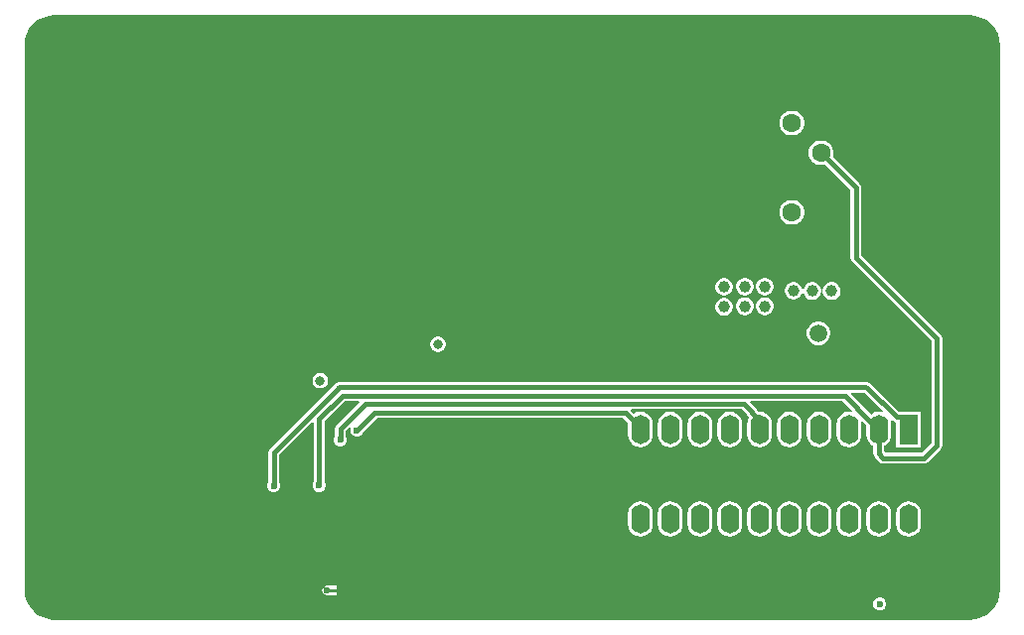
<source format=gbl>
G04*
G04 #@! TF.GenerationSoftware,Altium Limited,Altium Designer,21.1.1 (26)*
G04*
G04 Layer_Physical_Order=4*
G04 Layer_Color=16711680*
%FSLAX43Y43*%
%MOMM*%
G71*
G04*
G04 #@! TF.SameCoordinates,37E81C00-8B6F-4B96-ABBB-DCCB29EF6B03*
G04*
G04*
G04 #@! TF.FilePolarity,Positive*
G04*
G01*
G75*
%ADD12C,0.254*%
%ADD17R,3.800X3.800*%
%ADD18R,1.702X5.842*%
%ADD25R,5.842X1.702*%
%ADD30C,4.000*%
%ADD31C,1.600*%
%ADD32R,1.600X2.500*%
%ADD33O,1.600X2.500*%
%ADD34C,1.500*%
%ADD35C,0.600*%
%ADD36C,0.800*%
%ADD37C,1.000*%
%ADD41C,0.400*%
G36*
X119986Y105194D02*
X120477Y105045D01*
X120930Y104803D01*
X121327Y104477D01*
X121653Y104080D01*
X121895Y103627D01*
X122044Y103136D01*
X122091Y102650D01*
X122087Y102625D01*
X122087Y56376D01*
X122087Y56250D01*
X122082Y56125D01*
X122044Y55739D01*
X121895Y55248D01*
X121653Y54795D01*
X121327Y54398D01*
X120930Y54072D01*
X120477Y53830D01*
X119986Y53681D01*
X119500Y53634D01*
X119475Y53638D01*
X41652Y53638D01*
X41525Y53638D01*
X41525Y53639D01*
X41400Y53644D01*
X41014Y53682D01*
X40523Y53831D01*
X40070Y54073D01*
X39673Y54398D01*
X39347Y54795D01*
X39105Y55248D01*
X38956Y55739D01*
X38910Y56208D01*
X38913Y56225D01*
X38913Y102932D01*
X38915Y102934D01*
X38915D01*
X38935Y103136D01*
X39084Y103627D01*
X39326Y104080D01*
X39652Y104477D01*
X40049Y104803D01*
X40501Y105045D01*
X40993Y105194D01*
X41459Y105240D01*
X41475Y105237D01*
X119475Y105237D01*
X119500Y105241D01*
X119986Y105194D01*
D02*
G37*
%LPC*%
G36*
X104467Y97082D02*
X104189D01*
X103921Y97011D01*
X103681Y96872D01*
X103484Y96676D01*
X103346Y96435D01*
X103274Y96167D01*
Y95890D01*
X103346Y95622D01*
X103484Y95381D01*
X103681Y95185D01*
X103921Y95046D01*
X104189Y94974D01*
X104467D01*
X104735Y95046D01*
X104975Y95185D01*
X105171Y95381D01*
X105310Y95622D01*
X105382Y95890D01*
Y96167D01*
X105310Y96435D01*
X105171Y96676D01*
X104975Y96872D01*
X104735Y97011D01*
X104467Y97082D01*
D02*
G37*
G36*
Y89462D02*
X104189D01*
X103921Y89391D01*
X103681Y89252D01*
X103484Y89056D01*
X103346Y88815D01*
X103274Y88547D01*
Y88270D01*
X103346Y88002D01*
X103484Y87761D01*
X103681Y87565D01*
X103921Y87426D01*
X104189Y87354D01*
X104467D01*
X104735Y87426D01*
X104975Y87565D01*
X105171Y87761D01*
X105310Y88002D01*
X105382Y88270D01*
Y88547D01*
X105310Y88815D01*
X105171Y89056D01*
X104975Y89252D01*
X104735Y89391D01*
X104467Y89462D01*
D02*
G37*
G36*
X102124Y82829D02*
X101926D01*
X101734Y82778D01*
X101562Y82678D01*
X101422Y82538D01*
X101322Y82366D01*
X101271Y82174D01*
Y81976D01*
X101322Y81784D01*
X101422Y81612D01*
X101562Y81472D01*
X101734Y81372D01*
X101926Y81321D01*
X102124D01*
X102316Y81372D01*
X102488Y81472D01*
X102628Y81612D01*
X102728Y81784D01*
X102779Y81976D01*
Y82174D01*
X102728Y82366D01*
X102628Y82538D01*
X102488Y82678D01*
X102316Y82778D01*
X102124Y82829D01*
D02*
G37*
G36*
X100424D02*
X100226D01*
X100034Y82778D01*
X99862Y82678D01*
X99722Y82538D01*
X99622Y82366D01*
X99571Y82174D01*
Y81976D01*
X99622Y81784D01*
X99722Y81612D01*
X99862Y81472D01*
X100034Y81372D01*
X100226Y81321D01*
X100424D01*
X100616Y81372D01*
X100788Y81472D01*
X100928Y81612D01*
X101028Y81784D01*
X101079Y81976D01*
Y82174D01*
X101028Y82366D01*
X100928Y82538D01*
X100788Y82678D01*
X100616Y82778D01*
X100424Y82829D01*
D02*
G37*
G36*
X98649Y82804D02*
X98451D01*
X98259Y82753D01*
X98087Y82653D01*
X97947Y82513D01*
X97847Y82341D01*
X97796Y82149D01*
Y81951D01*
X97847Y81759D01*
X97947Y81587D01*
X98087Y81447D01*
X98259Y81347D01*
X98451Y81296D01*
X98649D01*
X98841Y81347D01*
X99013Y81447D01*
X99153Y81587D01*
X99253Y81759D01*
X99304Y81951D01*
Y82149D01*
X99253Y82341D01*
X99153Y82513D01*
X99013Y82653D01*
X98841Y82753D01*
X98649Y82804D01*
D02*
G37*
G36*
X107824Y82454D02*
X107626D01*
X107434Y82403D01*
X107262Y82303D01*
X107122Y82163D01*
X107022Y81991D01*
X106971Y81799D01*
Y81601D01*
X107022Y81409D01*
X107122Y81237D01*
X107262Y81097D01*
X107434Y80997D01*
X107626Y80946D01*
X107824D01*
X108016Y80997D01*
X108188Y81097D01*
X108328Y81237D01*
X108428Y81409D01*
X108479Y81601D01*
Y81799D01*
X108428Y81991D01*
X108328Y82163D01*
X108188Y82303D01*
X108016Y82403D01*
X107824Y82454D01*
D02*
G37*
G36*
X104574Y82479D02*
X104376D01*
X104184Y82428D01*
X104012Y82328D01*
X103872Y82188D01*
X103772Y82016D01*
X103721Y81824D01*
Y81626D01*
X103772Y81434D01*
X103872Y81262D01*
X104012Y81122D01*
X104184Y81022D01*
X104376Y80971D01*
X104574D01*
X104766Y81022D01*
X104938Y81122D01*
X105078Y81262D01*
X105178Y81434D01*
X105206Y81540D01*
X105337D01*
X105372Y81409D01*
X105472Y81237D01*
X105612Y81097D01*
X105784Y80997D01*
X105976Y80946D01*
X106174D01*
X106366Y80997D01*
X106538Y81097D01*
X106678Y81237D01*
X106778Y81409D01*
X106829Y81601D01*
Y81799D01*
X106778Y81991D01*
X106678Y82163D01*
X106538Y82303D01*
X106366Y82403D01*
X106174Y82454D01*
X105976D01*
X105784Y82403D01*
X105612Y82303D01*
X105472Y82163D01*
X105372Y81991D01*
X105344Y81885D01*
X105213D01*
X105178Y82016D01*
X105078Y82188D01*
X104938Y82328D01*
X104766Y82428D01*
X104574Y82479D01*
D02*
G37*
G36*
X102124Y81154D02*
X101926D01*
X101734Y81103D01*
X101562Y81003D01*
X101422Y80863D01*
X101322Y80691D01*
X101271Y80499D01*
Y80301D01*
X101322Y80109D01*
X101422Y79937D01*
X101562Y79797D01*
X101734Y79697D01*
X101926Y79646D01*
X102124D01*
X102316Y79697D01*
X102488Y79797D01*
X102628Y79937D01*
X102728Y80109D01*
X102779Y80301D01*
Y80499D01*
X102728Y80691D01*
X102628Y80863D01*
X102488Y81003D01*
X102316Y81103D01*
X102124Y81154D01*
D02*
G37*
G36*
X100424D02*
X100226D01*
X100034Y81103D01*
X99862Y81003D01*
X99722Y80863D01*
X99622Y80691D01*
X99571Y80499D01*
Y80301D01*
X99622Y80109D01*
X99722Y79937D01*
X99862Y79797D01*
X100034Y79697D01*
X100226Y79646D01*
X100424D01*
X100616Y79697D01*
X100788Y79797D01*
X100928Y79937D01*
X101028Y80109D01*
X101079Y80301D01*
Y80499D01*
X101028Y80691D01*
X100928Y80863D01*
X100788Y81003D01*
X100616Y81103D01*
X100424Y81154D01*
D02*
G37*
G36*
X98649Y81104D02*
X98451D01*
X98259Y81053D01*
X98087Y80953D01*
X97947Y80813D01*
X97847Y80641D01*
X97796Y80449D01*
Y80251D01*
X97847Y80059D01*
X97947Y79887D01*
X98087Y79747D01*
X98259Y79647D01*
X98451Y79596D01*
X98649D01*
X98841Y79647D01*
X99013Y79747D01*
X99153Y79887D01*
X99253Y80059D01*
X99304Y80251D01*
Y80449D01*
X99253Y80641D01*
X99153Y80813D01*
X99013Y80953D01*
X98841Y81053D01*
X98649Y81104D01*
D02*
G37*
G36*
X106732Y79104D02*
X106468D01*
X106212Y79036D01*
X105984Y78903D01*
X105797Y78716D01*
X105664Y78488D01*
X105596Y78232D01*
Y77968D01*
X105664Y77712D01*
X105797Y77484D01*
X105984Y77297D01*
X106212Y77164D01*
X106468Y77096D01*
X106732D01*
X106988Y77164D01*
X107216Y77297D01*
X107403Y77484D01*
X107536Y77712D01*
X107604Y77968D01*
Y78232D01*
X107536Y78488D01*
X107403Y78716D01*
X107216Y78903D01*
X106988Y79036D01*
X106732Y79104D01*
D02*
G37*
G36*
X74261Y77804D02*
X74089D01*
X73923Y77759D01*
X73773Y77673D01*
X73652Y77552D01*
X73566Y77402D01*
X73521Y77236D01*
Y77064D01*
X73566Y76898D01*
X73652Y76748D01*
X73773Y76627D01*
X73923Y76541D01*
X74089Y76496D01*
X74261D01*
X74427Y76541D01*
X74577Y76627D01*
X74698Y76748D01*
X74784Y76898D01*
X74829Y77064D01*
Y77236D01*
X74784Y77402D01*
X74698Y77552D01*
X74577Y77673D01*
X74427Y77759D01*
X74261Y77804D01*
D02*
G37*
G36*
X64219Y74712D02*
X64046D01*
X63880Y74667D01*
X63731Y74581D01*
X63609Y74459D01*
X63523Y74310D01*
X63479Y74144D01*
Y73971D01*
X63523Y73805D01*
X63609Y73656D01*
X63731Y73534D01*
X63880Y73448D01*
X64046Y73404D01*
X64219D01*
X64385Y73448D01*
X64534Y73534D01*
X64656Y73656D01*
X64742Y73805D01*
X64786Y73971D01*
Y74144D01*
X64742Y74310D01*
X64656Y74459D01*
X64534Y74581D01*
X64385Y74667D01*
X64219Y74712D01*
D02*
G37*
G36*
X106967Y94542D02*
X106689D01*
X106421Y94471D01*
X106181Y94332D01*
X105984Y94136D01*
X105846Y93895D01*
X105774Y93627D01*
Y93350D01*
X105846Y93082D01*
X105984Y92841D01*
X106181Y92645D01*
X106421Y92506D01*
X106689Y92434D01*
X106967D01*
X107172Y92489D01*
X109312Y90350D01*
Y84550D01*
X109312Y84550D01*
X109347Y84373D01*
X109448Y84223D01*
X116212Y77458D01*
Y68692D01*
X115408Y67888D01*
X112317D01*
X112199Y68005D01*
Y68481D01*
X112268Y68510D01*
X112488Y68679D01*
X112657Y68899D01*
X112763Y69155D01*
X112799Y69430D01*
Y70330D01*
X112764Y70602D01*
X112770Y70609D01*
X112873Y70672D01*
X112928Y70618D01*
X112928Y70618D01*
X113078Y70517D01*
X113222Y70488D01*
Y68376D01*
X115330D01*
Y71384D01*
X113740D01*
X113623Y71408D01*
X113623Y71408D01*
X113447D01*
X111113Y73741D01*
X111113Y73741D01*
X111113Y73741D01*
X111082Y73762D01*
X110955Y73859D01*
X110774Y73935D01*
X110615Y73956D01*
X110578Y73963D01*
X65897D01*
X65860Y73956D01*
X65701Y73935D01*
X65520Y73859D01*
X65393Y73762D01*
X65362Y73741D01*
X59848Y68227D01*
X59747Y68077D01*
X59712Y67900D01*
X59712Y67900D01*
Y65396D01*
X59705Y65389D01*
X59621Y65185D01*
Y64965D01*
X59705Y64761D01*
X59861Y64605D01*
X60065Y64521D01*
X60285D01*
X60489Y64605D01*
X60645Y64761D01*
X60729Y64965D01*
Y65185D01*
X60645Y65389D01*
X60638Y65396D01*
Y67708D01*
X63445Y70515D01*
X63562Y70467D01*
Y65446D01*
X63555Y65439D01*
X63471Y65235D01*
Y65015D01*
X63555Y64811D01*
X63711Y64655D01*
X63915Y64571D01*
X64135D01*
X64339Y64655D01*
X64495Y64811D01*
X64579Y65015D01*
Y65235D01*
X64495Y65439D01*
X64488Y65446D01*
Y70583D01*
X66217Y72312D01*
X67392D01*
X67440Y72195D01*
X65523Y70277D01*
X65422Y70127D01*
X65387Y69950D01*
X65387Y69950D01*
Y69321D01*
X65380Y69314D01*
X65296Y69110D01*
Y68890D01*
X65380Y68686D01*
X65536Y68530D01*
X65740Y68446D01*
X65960D01*
X66164Y68530D01*
X66320Y68686D01*
X66404Y68890D01*
Y69110D01*
X66320Y69314D01*
X66313Y69321D01*
Y69758D01*
X66625Y70070D01*
X66732Y69998D01*
X66696Y69910D01*
Y69690D01*
X66780Y69486D01*
X66936Y69330D01*
X67140Y69246D01*
X67360D01*
X67564Y69330D01*
X67720Y69486D01*
X67804Y69690D01*
Y69699D01*
X68973Y70869D01*
X89950D01*
X90369Y70450D01*
X90353Y70330D01*
Y69430D01*
X90390Y69155D01*
X90496Y68899D01*
X90665Y68679D01*
X90885Y68510D01*
X91141Y68404D01*
X91416Y68367D01*
X91692Y68404D01*
X91948Y68510D01*
X92168Y68679D01*
X92337Y68899D01*
X92443Y69155D01*
X92479Y69430D01*
Y70330D01*
X92443Y70606D01*
X92337Y70862D01*
X92168Y71082D01*
X91948Y71251D01*
X91692Y71357D01*
X91416Y71394D01*
X91141Y71357D01*
X90885Y71251D01*
X90880Y71248D01*
X90608Y71520D01*
X90657Y71637D01*
X100036D01*
X100479Y71194D01*
X100484Y71172D01*
X100584Y71022D01*
X100694Y70912D01*
X100656Y70862D01*
X100550Y70606D01*
X100513Y70330D01*
Y69430D01*
X100550Y69155D01*
X100656Y68899D01*
X100825Y68679D01*
X101045Y68510D01*
X101301Y68404D01*
X101576Y68367D01*
X101852Y68404D01*
X102108Y68510D01*
X102328Y68679D01*
X102497Y68899D01*
X102603Y69155D01*
X102639Y69430D01*
Y70330D01*
X102603Y70606D01*
X102497Y70862D01*
X102328Y71082D01*
X102108Y71251D01*
X101852Y71357D01*
X101576Y71394D01*
X101528Y71387D01*
X101344Y71571D01*
X101339Y71594D01*
X101239Y71744D01*
X101239Y71744D01*
X100788Y72195D01*
X100837Y72312D01*
X108650D01*
X109478Y71485D01*
X109418Y71364D01*
X109196Y71394D01*
X108921Y71357D01*
X108665Y71251D01*
X108445Y71082D01*
X108276Y70862D01*
X108170Y70606D01*
X108133Y70330D01*
Y69430D01*
X108170Y69155D01*
X108276Y68899D01*
X108445Y68679D01*
X108665Y68510D01*
X108921Y68404D01*
X109196Y68367D01*
X109472Y68404D01*
X109728Y68510D01*
X109948Y68679D01*
X110117Y68899D01*
X110223Y69155D01*
X110259Y69430D01*
Y70330D01*
X110230Y70552D01*
X110351Y70612D01*
X110673Y70289D01*
Y69430D01*
X110710Y69155D01*
X110816Y68899D01*
X110985Y68679D01*
X111205Y68510D01*
X111273Y68481D01*
Y67814D01*
X111273Y67814D01*
X111309Y67636D01*
X111409Y67486D01*
X111798Y67098D01*
X111798Y67098D01*
X111948Y66997D01*
X112125Y66962D01*
X112125Y66962D01*
X115600D01*
X115600Y66962D01*
X115777Y66997D01*
X115927Y67098D01*
X117002Y68173D01*
X117002Y68173D01*
X117103Y68323D01*
X117138Y68500D01*
Y77650D01*
X117138Y77650D01*
X117103Y77827D01*
X117002Y77977D01*
X117002Y77977D01*
X110238Y84742D01*
Y90541D01*
X110238Y90541D01*
X110203Y90718D01*
X110102Y90869D01*
X110102Y90869D01*
X107827Y93144D01*
X107882Y93350D01*
Y93627D01*
X107810Y93895D01*
X107671Y94136D01*
X107475Y94332D01*
X107235Y94471D01*
X106967Y94542D01*
D02*
G37*
G36*
X106656Y71394D02*
X106381Y71357D01*
X106125Y71251D01*
X105905Y71082D01*
X105736Y70862D01*
X105630Y70606D01*
X105593Y70330D01*
Y69430D01*
X105630Y69155D01*
X105736Y68899D01*
X105905Y68679D01*
X106125Y68510D01*
X106381Y68404D01*
X106656Y68367D01*
X106932Y68404D01*
X107188Y68510D01*
X107408Y68679D01*
X107577Y68899D01*
X107683Y69155D01*
X107719Y69430D01*
Y70330D01*
X107683Y70606D01*
X107577Y70862D01*
X107408Y71082D01*
X107188Y71251D01*
X106932Y71357D01*
X106656Y71394D01*
D02*
G37*
G36*
X104116D02*
X103841Y71357D01*
X103585Y71251D01*
X103365Y71082D01*
X103196Y70862D01*
X103090Y70606D01*
X103053Y70330D01*
Y69430D01*
X103090Y69155D01*
X103196Y68899D01*
X103365Y68679D01*
X103585Y68510D01*
X103841Y68404D01*
X104116Y68367D01*
X104392Y68404D01*
X104648Y68510D01*
X104868Y68679D01*
X105037Y68899D01*
X105143Y69155D01*
X105179Y69430D01*
Y70330D01*
X105143Y70606D01*
X105037Y70862D01*
X104868Y71082D01*
X104648Y71251D01*
X104392Y71357D01*
X104116Y71394D01*
D02*
G37*
G36*
X99036D02*
X98761Y71357D01*
X98505Y71251D01*
X98285Y71082D01*
X98116Y70862D01*
X98010Y70606D01*
X97973Y70330D01*
Y69430D01*
X98010Y69155D01*
X98116Y68899D01*
X98285Y68679D01*
X98505Y68510D01*
X98761Y68404D01*
X99036Y68367D01*
X99312Y68404D01*
X99568Y68510D01*
X99788Y68679D01*
X99957Y68899D01*
X100063Y69155D01*
X100099Y69430D01*
Y70330D01*
X100063Y70606D01*
X99957Y70862D01*
X99788Y71082D01*
X99568Y71251D01*
X99312Y71357D01*
X99036Y71394D01*
D02*
G37*
G36*
X96496D02*
X96221Y71357D01*
X95965Y71251D01*
X95745Y71082D01*
X95576Y70862D01*
X95470Y70606D01*
X95433Y70330D01*
Y69430D01*
X95470Y69155D01*
X95576Y68899D01*
X95745Y68679D01*
X95965Y68510D01*
X96221Y68404D01*
X96496Y68367D01*
X96772Y68404D01*
X97028Y68510D01*
X97248Y68679D01*
X97417Y68899D01*
X97523Y69155D01*
X97559Y69430D01*
Y70330D01*
X97523Y70606D01*
X97417Y70862D01*
X97248Y71082D01*
X97028Y71251D01*
X96772Y71357D01*
X96496Y71394D01*
D02*
G37*
G36*
X93956D02*
X93681Y71357D01*
X93425Y71251D01*
X93205Y71082D01*
X93036Y70862D01*
X92930Y70606D01*
X92893Y70330D01*
Y69430D01*
X92930Y69155D01*
X93036Y68899D01*
X93205Y68679D01*
X93425Y68510D01*
X93681Y68404D01*
X93956Y68367D01*
X94232Y68404D01*
X94488Y68510D01*
X94708Y68679D01*
X94877Y68899D01*
X94983Y69155D01*
X95019Y69430D01*
Y70330D01*
X94983Y70606D01*
X94877Y70862D01*
X94708Y71082D01*
X94488Y71251D01*
X94232Y71357D01*
X93956Y71394D01*
D02*
G37*
G36*
X114276Y63764D02*
X114001Y63727D01*
X113745Y63621D01*
X113525Y63452D01*
X113356Y63232D01*
X113250Y62976D01*
X113213Y62700D01*
Y61800D01*
X113250Y61525D01*
X113356Y61269D01*
X113525Y61049D01*
X113745Y60880D01*
X114001Y60774D01*
X114276Y60737D01*
X114552Y60774D01*
X114808Y60880D01*
X115028Y61049D01*
X115197Y61269D01*
X115303Y61525D01*
X115339Y61800D01*
Y62700D01*
X115303Y62976D01*
X115197Y63232D01*
X115028Y63452D01*
X114808Y63621D01*
X114552Y63727D01*
X114276Y63764D01*
D02*
G37*
G36*
X111736D02*
X111461Y63727D01*
X111205Y63621D01*
X110985Y63452D01*
X110816Y63232D01*
X110710Y62976D01*
X110673Y62700D01*
Y61800D01*
X110710Y61525D01*
X110816Y61269D01*
X110985Y61049D01*
X111205Y60880D01*
X111461Y60774D01*
X111736Y60737D01*
X112012Y60774D01*
X112268Y60880D01*
X112488Y61049D01*
X112657Y61269D01*
X112763Y61525D01*
X112799Y61800D01*
Y62700D01*
X112763Y62976D01*
X112657Y63232D01*
X112488Y63452D01*
X112268Y63621D01*
X112012Y63727D01*
X111736Y63764D01*
D02*
G37*
G36*
X109196D02*
X108921Y63727D01*
X108665Y63621D01*
X108445Y63452D01*
X108276Y63232D01*
X108170Y62976D01*
X108133Y62700D01*
Y61800D01*
X108170Y61525D01*
X108276Y61269D01*
X108445Y61049D01*
X108665Y60880D01*
X108921Y60774D01*
X109196Y60737D01*
X109472Y60774D01*
X109728Y60880D01*
X109948Y61049D01*
X110117Y61269D01*
X110223Y61525D01*
X110259Y61800D01*
Y62700D01*
X110223Y62976D01*
X110117Y63232D01*
X109948Y63452D01*
X109728Y63621D01*
X109472Y63727D01*
X109196Y63764D01*
D02*
G37*
G36*
X106656D02*
X106381Y63727D01*
X106125Y63621D01*
X105905Y63452D01*
X105736Y63232D01*
X105630Y62976D01*
X105593Y62700D01*
Y61800D01*
X105630Y61525D01*
X105736Y61269D01*
X105905Y61049D01*
X106125Y60880D01*
X106381Y60774D01*
X106656Y60737D01*
X106932Y60774D01*
X107188Y60880D01*
X107408Y61049D01*
X107577Y61269D01*
X107683Y61525D01*
X107719Y61800D01*
Y62700D01*
X107683Y62976D01*
X107577Y63232D01*
X107408Y63452D01*
X107188Y63621D01*
X106932Y63727D01*
X106656Y63764D01*
D02*
G37*
G36*
X104116D02*
X103841Y63727D01*
X103585Y63621D01*
X103365Y63452D01*
X103196Y63232D01*
X103090Y62976D01*
X103053Y62700D01*
Y61800D01*
X103090Y61525D01*
X103196Y61269D01*
X103365Y61049D01*
X103585Y60880D01*
X103841Y60774D01*
X104116Y60737D01*
X104392Y60774D01*
X104648Y60880D01*
X104868Y61049D01*
X105037Y61269D01*
X105143Y61525D01*
X105179Y61800D01*
Y62700D01*
X105143Y62976D01*
X105037Y63232D01*
X104868Y63452D01*
X104648Y63621D01*
X104392Y63727D01*
X104116Y63764D01*
D02*
G37*
G36*
X101576D02*
X101301Y63727D01*
X101045Y63621D01*
X100825Y63452D01*
X100656Y63232D01*
X100550Y62976D01*
X100513Y62700D01*
Y61800D01*
X100550Y61525D01*
X100656Y61269D01*
X100825Y61049D01*
X101045Y60880D01*
X101301Y60774D01*
X101576Y60737D01*
X101852Y60774D01*
X102108Y60880D01*
X102328Y61049D01*
X102497Y61269D01*
X102603Y61525D01*
X102639Y61800D01*
Y62700D01*
X102603Y62976D01*
X102497Y63232D01*
X102328Y63452D01*
X102108Y63621D01*
X101852Y63727D01*
X101576Y63764D01*
D02*
G37*
G36*
X99036D02*
X98761Y63727D01*
X98505Y63621D01*
X98285Y63452D01*
X98116Y63232D01*
X98010Y62976D01*
X97973Y62700D01*
Y61800D01*
X98010Y61525D01*
X98116Y61269D01*
X98285Y61049D01*
X98505Y60880D01*
X98761Y60774D01*
X99036Y60737D01*
X99312Y60774D01*
X99568Y60880D01*
X99788Y61049D01*
X99957Y61269D01*
X100063Y61525D01*
X100099Y61800D01*
Y62700D01*
X100063Y62976D01*
X99957Y63232D01*
X99788Y63452D01*
X99568Y63621D01*
X99312Y63727D01*
X99036Y63764D01*
D02*
G37*
G36*
X96496D02*
X96221Y63727D01*
X95965Y63621D01*
X95745Y63452D01*
X95576Y63232D01*
X95470Y62976D01*
X95433Y62700D01*
Y61800D01*
X95470Y61525D01*
X95576Y61269D01*
X95745Y61049D01*
X95965Y60880D01*
X96221Y60774D01*
X96496Y60737D01*
X96772Y60774D01*
X97028Y60880D01*
X97248Y61049D01*
X97417Y61269D01*
X97523Y61525D01*
X97559Y61800D01*
Y62700D01*
X97523Y62976D01*
X97417Y63232D01*
X97248Y63452D01*
X97028Y63621D01*
X96772Y63727D01*
X96496Y63764D01*
D02*
G37*
G36*
X93956D02*
X93681Y63727D01*
X93425Y63621D01*
X93205Y63452D01*
X93036Y63232D01*
X92930Y62976D01*
X92893Y62700D01*
Y61800D01*
X92930Y61525D01*
X93036Y61269D01*
X93205Y61049D01*
X93425Y60880D01*
X93681Y60774D01*
X93956Y60737D01*
X94232Y60774D01*
X94488Y60880D01*
X94708Y61049D01*
X94877Y61269D01*
X94983Y61525D01*
X95019Y61800D01*
Y62700D01*
X94983Y62976D01*
X94877Y63232D01*
X94708Y63452D01*
X94488Y63621D01*
X94232Y63727D01*
X93956Y63764D01*
D02*
G37*
G36*
X91416D02*
X91141Y63727D01*
X90885Y63621D01*
X90665Y63452D01*
X90496Y63232D01*
X90390Y62976D01*
X90353Y62700D01*
Y61800D01*
X90390Y61525D01*
X90496Y61269D01*
X90665Y61049D01*
X90885Y60880D01*
X91141Y60774D01*
X91416Y60737D01*
X91692Y60774D01*
X91948Y60880D01*
X92168Y61049D01*
X92337Y61269D01*
X92443Y61525D01*
X92479Y61800D01*
Y62700D01*
X92443Y62976D01*
X92337Y63232D01*
X92168Y63452D01*
X91948Y63621D01*
X91692Y63727D01*
X91416Y63764D01*
D02*
G37*
G36*
X66395Y57663D02*
X66247Y57633D01*
X66121Y57549D01*
X66036Y57423D01*
X66007Y57274D01*
Y56974D01*
X66036Y56825D01*
X66121Y56699D01*
X66247Y56615D01*
X66395Y56585D01*
X66544Y56615D01*
X66670Y56699D01*
X66754Y56825D01*
X66784Y56974D01*
Y57274D01*
X66754Y57423D01*
X66670Y57549D01*
X66544Y57633D01*
X66395Y57663D01*
D02*
G37*
G36*
X65671Y56638D02*
X65523Y56609D01*
X65417Y56538D01*
X64675D01*
X64526Y56509D01*
X64400Y56425D01*
X64316Y56299D01*
X64287Y56150D01*
X64316Y56001D01*
X64400Y55875D01*
X64526Y55791D01*
X64675Y55762D01*
X65671D01*
X65820Y55791D01*
X65946Y55875D01*
X66030Y56001D01*
X66060Y56150D01*
Y56250D01*
X66030Y56399D01*
X65946Y56525D01*
X65820Y56609D01*
X65671Y56638D01*
D02*
G37*
G36*
X111939Y55534D02*
X111718D01*
X111515Y55449D01*
X111359Y55293D01*
X111275Y55090D01*
Y54869D01*
X111359Y54666D01*
X111515Y54510D01*
X111718Y54426D01*
X111939D01*
X112142Y54510D01*
X112298Y54666D01*
X112383Y54869D01*
Y55090D01*
X112298Y55293D01*
X112142Y55449D01*
X111939Y55534D01*
D02*
G37*
%LPD*%
G36*
X112078Y71467D02*
X112015Y71364D01*
X112008Y71358D01*
X111736Y71394D01*
X111461Y71357D01*
X111205Y71251D01*
X111100Y71171D01*
X109352Y72920D01*
X109400Y73037D01*
X110508D01*
X112078Y71467D01*
D02*
G37*
G54D12*
X64675Y56150D02*
X65671D01*
Y56250D01*
X66395Y56974D02*
Y57274D01*
G54D17*
X69450Y76875D02*
D03*
G54D18*
X54620Y101200D02*
D03*
X63125Y101201D02*
D03*
X84375Y101176D02*
D03*
X75870Y101175D02*
D03*
X74900Y57275D02*
D03*
X66395Y57274D02*
D03*
G54D25*
X42874Y81825D02*
D03*
X42875Y73321D02*
D03*
G54D30*
X69825Y91325D02*
D03*
X82175Y59650D02*
D03*
X90100Y98325D02*
D03*
X45975Y60025D02*
D03*
Y97275D02*
D03*
G54D31*
X106828Y88408D02*
D03*
X104328D02*
D03*
Y90948D02*
D03*
X106828D02*
D03*
Y93488D02*
D03*
X104328D02*
D03*
Y96028D02*
D03*
X106828D02*
D03*
Y98568D02*
D03*
X104288D02*
D03*
G54D32*
X114276Y69880D02*
D03*
G54D33*
X111736D02*
D03*
X109196D02*
D03*
X106656D02*
D03*
X104116D02*
D03*
X101576D02*
D03*
X99036D02*
D03*
X96496D02*
D03*
X93956D02*
D03*
X91416D02*
D03*
X114276Y62250D02*
D03*
X111736D02*
D03*
X109196D02*
D03*
X106656D02*
D03*
X104116D02*
D03*
X101576D02*
D03*
X99036D02*
D03*
X96496D02*
D03*
X93956D02*
D03*
X91416D02*
D03*
G54D34*
X106600Y75550D02*
D03*
Y78100D02*
D03*
G54D35*
X72450Y93800D02*
D03*
X110900Y74300D02*
D03*
X103450Y75400D02*
D03*
X97975Y75350D02*
D03*
X73475Y74350D02*
D03*
X73625Y80500D02*
D03*
X70550Y75775D02*
D03*
X69450D02*
D03*
X68350D02*
D03*
X70550Y76875D02*
D03*
X68350D02*
D03*
X70550Y77975D02*
D03*
X69450D02*
D03*
X68350D02*
D03*
X69450Y76875D02*
D03*
X67250Y69800D02*
D03*
X65850Y69000D02*
D03*
X85975Y104050D02*
D03*
X86000Y103225D02*
D03*
X83575Y97600D02*
D03*
X85975Y99625D02*
D03*
X84450Y97600D02*
D03*
X85975Y100525D02*
D03*
X85350Y97600D02*
D03*
X85975Y102375D02*
D03*
Y101475D02*
D03*
Y98675D02*
D03*
X88050Y102150D02*
D03*
X74400Y104000D02*
D03*
Y100475D02*
D03*
X75025Y97550D02*
D03*
X74400Y101425D02*
D03*
Y98625D02*
D03*
Y103100D02*
D03*
Y102325D02*
D03*
X76800Y97550D02*
D03*
X74400Y99575D02*
D03*
X75925Y97550D02*
D03*
X63350Y97600D02*
D03*
X64250D02*
D03*
X64875Y98675D02*
D03*
Y102325D02*
D03*
Y99625D02*
D03*
Y100525D02*
D03*
Y101475D02*
D03*
Y103150D02*
D03*
Y104050D02*
D03*
X62475Y97600D02*
D03*
X53000Y103850D02*
D03*
Y99425D02*
D03*
X54525Y97600D02*
D03*
X53000Y103050D02*
D03*
X53000Y102175D02*
D03*
Y101275D02*
D03*
Y98475D02*
D03*
X55400Y97600D02*
D03*
X53000Y100325D02*
D03*
X53625Y97600D02*
D03*
X46675Y81875D02*
D03*
Y82775D02*
D03*
X45600Y83400D02*
D03*
X41900D02*
D03*
X44650D02*
D03*
X43750D02*
D03*
X42800D02*
D03*
X41050D02*
D03*
X40225D02*
D03*
X46675Y81000D02*
D03*
X46525Y72900D02*
D03*
Y72000D02*
D03*
X45450Y71375D02*
D03*
X41750D02*
D03*
X44500D02*
D03*
X43600D02*
D03*
X42650D02*
D03*
X40875D02*
D03*
X40075D02*
D03*
X46525Y73775D02*
D03*
X64675Y56150D02*
D03*
X66200Y60825D02*
D03*
X65300D02*
D03*
X64675Y59750D02*
D03*
Y58800D02*
D03*
Y57900D02*
D03*
Y56950D02*
D03*
Y55275D02*
D03*
Y54375D02*
D03*
X67075Y60825D02*
D03*
X73925D02*
D03*
X76325Y54325D02*
D03*
Y55175D02*
D03*
Y56950D02*
D03*
Y57900D02*
D03*
Y58800D02*
D03*
Y56050D02*
D03*
Y59750D02*
D03*
X75700Y60825D02*
D03*
X61400Y93775D02*
D03*
X76675Y93750D02*
D03*
X67725Y80375D02*
D03*
X67700Y81225D02*
D03*
X71750Y80325D02*
D03*
X71725Y81200D02*
D03*
X69650Y80500D02*
D03*
X69675Y81400D02*
D03*
Y82700D02*
D03*
X60450Y71175D02*
D03*
X119750Y103425D02*
D03*
X115275Y103275D02*
D03*
X119625Y98725D02*
D03*
X119925Y93825D02*
D03*
X120150Y88725D02*
D03*
X112800Y85975D02*
D03*
X117950Y85750D02*
D03*
X115375Y88600D02*
D03*
X95375Y96900D02*
D03*
X99525Y90825D02*
D03*
Y94200D02*
D03*
X96850Y90650D02*
D03*
X93375Y88100D02*
D03*
X90550Y85150D02*
D03*
X87750Y82375D02*
D03*
X85425Y80275D02*
D03*
X78825Y82625D02*
D03*
X83150Y78475D02*
D03*
X80025Y75900D02*
D03*
X79975Y77525D02*
D03*
X99600Y83950D02*
D03*
X99300Y86400D02*
D03*
X97575Y83875D02*
D03*
X96125Y85825D02*
D03*
X95050Y80775D02*
D03*
X91725Y78050D02*
D03*
X93900Y83475D02*
D03*
X91025Y80575D02*
D03*
X88075Y78000D02*
D03*
X93825Y75225D02*
D03*
X89300Y75050D02*
D03*
X84935Y75054D02*
D03*
X118325Y74550D02*
D03*
X113800Y74350D02*
D03*
X120675Y72200D02*
D03*
X118350Y68625D02*
D03*
X95300Y65850D02*
D03*
X103325Y65950D02*
D03*
X111600Y66050D02*
D03*
X116375Y64550D02*
D03*
X120550D02*
D03*
X120725Y58550D02*
D03*
X118275Y60650D02*
D03*
Y55950D02*
D03*
X104775Y55200D02*
D03*
X96525Y55100D02*
D03*
X90250Y55125D02*
D03*
X84025Y56375D02*
D03*
X80750Y55125D02*
D03*
X68000Y67675D02*
D03*
X68225Y63850D02*
D03*
X65775Y65650D02*
D03*
X63450Y63275D02*
D03*
X69400Y84700D02*
D03*
X71800Y87875D02*
D03*
X68150Y88075D02*
D03*
X54875Y95250D02*
D03*
X54300Y88450D02*
D03*
X54950Y91725D02*
D03*
X62900Y81750D02*
D03*
X60075Y84125D02*
D03*
X49375Y87550D02*
D03*
X46625Y84650D02*
D03*
X44575Y69775D02*
D03*
X58550Y74950D02*
D03*
X48675Y69750D02*
D03*
X48525Y75000D02*
D03*
X51250Y72600D02*
D03*
X53900Y70200D02*
D03*
X53850Y74750D02*
D03*
X56150Y72450D02*
D03*
X58560Y70096D02*
D03*
X80175Y65325D02*
D03*
X58575Y58850D02*
D03*
X60375Y57200D02*
D03*
X61175Y61000D02*
D03*
X62925Y59125D02*
D03*
X55875Y57275D02*
D03*
X50675Y67150D02*
D03*
X55925Y67300D02*
D03*
X53525Y64575D02*
D03*
X51125Y61925D02*
D03*
X55675Y61975D02*
D03*
X53375Y59675D02*
D03*
X51021Y57265D02*
D03*
X46825Y56925D02*
D03*
X41625Y66800D02*
D03*
X46875Y66950D02*
D03*
X44475Y64225D02*
D03*
X42075Y61575D02*
D03*
X41971Y56915D02*
D03*
X87575Y58050D02*
D03*
X82375Y67925D02*
D03*
X87625Y68075D02*
D03*
X85225Y65350D02*
D03*
X82825Y62700D02*
D03*
X87375Y62750D02*
D03*
X85075Y60450D02*
D03*
X78075Y57925D02*
D03*
X72875Y67800D02*
D03*
X78125Y67950D02*
D03*
X75725Y65225D02*
D03*
X73325Y62575D02*
D03*
X77875Y62625D02*
D03*
X74800Y60825D02*
D03*
X112846Y91365D02*
D03*
X115200Y93775D02*
D03*
X117500Y96075D02*
D03*
X112950Y96025D02*
D03*
X115350Y98675D02*
D03*
X117750Y101400D02*
D03*
X112500Y101250D02*
D03*
X117700Y91375D02*
D03*
X66525Y103300D02*
D03*
X68825Y101500D02*
D03*
X71475Y99075D02*
D03*
X71525Y103250D02*
D03*
X66425Y99000D02*
D03*
X92600Y103000D02*
D03*
X95250Y100600D02*
D03*
X97975Y98200D02*
D03*
X97825Y103450D02*
D03*
X79225Y85525D02*
D03*
X81975Y84175D02*
D03*
X81350Y87775D02*
D03*
X84100Y85900D02*
D03*
X86250Y87500D02*
D03*
X76350Y83025D02*
D03*
X83300Y94000D02*
D03*
X85600Y92200D02*
D03*
X88175Y89925D02*
D03*
X87850Y94450D02*
D03*
X90500Y92050D02*
D03*
X93075Y94900D02*
D03*
X83200Y89700D02*
D03*
X64275Y96025D02*
D03*
X66675Y93675D02*
D03*
X68925Y95925D02*
D03*
X74300Y91125D02*
D03*
X74200Y95975D02*
D03*
X64275Y91175D02*
D03*
X44175Y86375D02*
D03*
X49475Y84025D02*
D03*
X51775Y81725D02*
D03*
X51725Y86275D02*
D03*
X54375Y83875D02*
D03*
X57100Y81475D02*
D03*
X56950Y86725D02*
D03*
X41625Y93325D02*
D03*
X43925Y91525D02*
D03*
X46225Y89225D02*
D03*
X46175Y93775D02*
D03*
X48875Y91725D02*
D03*
X52050Y90425D02*
D03*
X51400Y94225D02*
D03*
X41525Y89025D02*
D03*
X41275Y97075D02*
D03*
X51150Y102275D02*
D03*
X51300Y97025D02*
D03*
X48575Y99425D02*
D03*
X45925Y101825D02*
D03*
X43675Y99575D02*
D03*
X41375Y101375D02*
D03*
X69630Y70547D02*
D03*
X69936Y69701D02*
D03*
Y68801D02*
D03*
Y67901D02*
D03*
Y67001D02*
D03*
Y66101D02*
D03*
Y65201D02*
D03*
Y64301D02*
D03*
Y63401D02*
D03*
Y62501D02*
D03*
Y61601D02*
D03*
X69733Y60724D02*
D03*
X69406Y59886D02*
D03*
Y58986D02*
D03*
Y58086D02*
D03*
Y57186D02*
D03*
Y56286D02*
D03*
Y55386D02*
D03*
Y54486D02*
D03*
X71720Y53944D02*
D03*
X71885Y54829D02*
D03*
Y55729D02*
D03*
Y56629D02*
D03*
Y57529D02*
D03*
Y58429D02*
D03*
Y59329D02*
D03*
X71879Y60229D02*
D03*
X71464Y61027D02*
D03*
Y61927D02*
D03*
Y62827D02*
D03*
Y63727D02*
D03*
Y64627D02*
D03*
Y65527D02*
D03*
Y66427D02*
D03*
Y67327D02*
D03*
Y68227D02*
D03*
Y69127D02*
D03*
X71687Y69999D02*
D03*
X58625Y104726D02*
D03*
X57762Y104473D02*
D03*
X57635Y103582D02*
D03*
Y102682D02*
D03*
Y101782D02*
D03*
Y100882D02*
D03*
Y99982D02*
D03*
Y99082D02*
D03*
X57654Y98182D02*
D03*
X58111Y97407D02*
D03*
Y96507D02*
D03*
Y95607D02*
D03*
Y94707D02*
D03*
X58137Y93807D02*
D03*
X58249Y92914D02*
D03*
X58471Y92042D02*
D03*
X58801Y91205D02*
D03*
X59239Y90418D02*
D03*
X59775Y89696D02*
D03*
X60386Y89034D02*
D03*
X61022Y88398D02*
D03*
X61659Y87761D02*
D03*
X62295Y87125D02*
D03*
X62931Y86489D02*
D03*
X63568Y85852D02*
D03*
X64204Y85216D02*
D03*
X64375Y84525D02*
D03*
X66025Y83050D02*
D03*
X66489Y82520D02*
D03*
X67114Y81873D02*
D03*
X68631Y83382D02*
D03*
X68025Y84050D02*
D03*
X67238Y84511D02*
D03*
X66775Y85283D02*
D03*
X66038Y85800D02*
D03*
X65286Y86294D02*
D03*
X64650Y86931D02*
D03*
X64013Y87567D02*
D03*
X63377Y88203D02*
D03*
X62740Y88840D02*
D03*
X62104Y89476D02*
D03*
X61468Y90113D02*
D03*
X60850Y90768D02*
D03*
X60355Y91519D02*
D03*
X59974Y92334D02*
D03*
X59738Y93203D02*
D03*
X59639Y94097D02*
D03*
X59639Y94997D02*
D03*
Y95897D02*
D03*
Y96797D02*
D03*
Y97697D02*
D03*
X60115Y98461D02*
D03*
Y99361D02*
D03*
Y100261D02*
D03*
Y101161D02*
D03*
Y102061D02*
D03*
Y102961D02*
D03*
Y103861D02*
D03*
X59742Y104680D02*
D03*
X80372Y104701D02*
D03*
X79472Y104697D02*
D03*
X78885Y104015D02*
D03*
Y103115D02*
D03*
Y102215D02*
D03*
Y101315D02*
D03*
Y100415D02*
D03*
Y99515D02*
D03*
Y98615D02*
D03*
X79163Y97759D02*
D03*
X79386Y96887D02*
D03*
X79386Y95987D02*
D03*
X79386Y95087D02*
D03*
Y94187D02*
D03*
X79364Y93287D02*
D03*
X79199Y92403D02*
D03*
X78899Y91554D02*
D03*
X78467Y90765D02*
D03*
X77911Y90057D02*
D03*
X77277Y89418D02*
D03*
X76641Y88781D02*
D03*
X76005Y88145D02*
D03*
X75368Y87508D02*
D03*
X74732Y86872D02*
D03*
X74095Y86236D02*
D03*
X73459Y85599D02*
D03*
X72823Y84963D02*
D03*
X72186Y84327D02*
D03*
X71360Y83970D02*
D03*
X70725Y83332D02*
D03*
X72331Y81918D02*
D03*
X72947Y82574D02*
D03*
X73382Y83362D02*
D03*
X74018Y83998D02*
D03*
X74655Y84635D02*
D03*
X75291Y85271D02*
D03*
X75927Y85907D02*
D03*
X76564Y86544D02*
D03*
X77200Y87180D02*
D03*
X77837Y87817D02*
D03*
X78473Y88453D02*
D03*
X79093Y89105D02*
D03*
X79650Y89812D02*
D03*
X80115Y90583D02*
D03*
X80479Y91406D02*
D03*
X80733Y92270D02*
D03*
X80875Y93158D02*
D03*
X80914Y94057D02*
D03*
Y94957D02*
D03*
X80914Y95857D02*
D03*
Y96757D02*
D03*
X80914Y97657D02*
D03*
X81365Y98436D02*
D03*
Y99336D02*
D03*
Y100236D02*
D03*
Y101136D02*
D03*
Y102036D02*
D03*
Y102936D02*
D03*
Y103836D02*
D03*
X81200Y104650D02*
D03*
X63083Y76555D02*
D03*
X63982Y76608D02*
D03*
X64846Y76861D02*
D03*
X65746D02*
D03*
X65733Y78389D02*
D03*
X64833D02*
D03*
X63972Y78649D02*
D03*
X57472Y76452D02*
D03*
X58354Y76634D02*
D03*
X61033Y76631D02*
D03*
X61930Y76555D02*
D03*
X62393Y78653D02*
D03*
X61494Y78695D02*
D03*
X60651Y78379D02*
D03*
X59792Y78648D02*
D03*
X58893Y78610D02*
D03*
X57996Y78677D02*
D03*
X44931Y78815D02*
D03*
X44031D02*
D03*
X43131D02*
D03*
X42231D02*
D03*
X41331D02*
D03*
X40431D02*
D03*
X39546Y78651D02*
D03*
X39349Y77773D02*
D03*
X39362Y76873D02*
D03*
X40084Y76335D02*
D03*
X40984D02*
D03*
X41884D02*
D03*
X42784D02*
D03*
X43684D02*
D03*
X44584D02*
D03*
X45484D02*
D03*
X46323Y76661D02*
D03*
X47206Y76836D02*
D03*
X48106D02*
D03*
X49006D02*
D03*
X49906D02*
D03*
X50806D02*
D03*
X51706D02*
D03*
X52606D02*
D03*
X53506D02*
D03*
X54406D02*
D03*
X55252Y76530D02*
D03*
X56149Y76452D02*
D03*
X56661Y78591D02*
D03*
X55767Y78698D02*
D03*
X54931Y78364D02*
D03*
X54031D02*
D03*
X53131D02*
D03*
X52231D02*
D03*
X51331D02*
D03*
X50431D02*
D03*
X49531D02*
D03*
X48631D02*
D03*
X47731D02*
D03*
X46831D02*
D03*
X46028Y78769D02*
D03*
X111829Y54980D02*
D03*
X64025Y65125D02*
D03*
X60175Y65075D02*
D03*
G54D36*
X74175Y77150D02*
D03*
X64132Y74058D02*
D03*
G54D37*
X107725Y81700D02*
D03*
X106075D02*
D03*
X104475Y81725D02*
D03*
X102025Y80400D02*
D03*
X100325D02*
D03*
X98550Y80350D02*
D03*
X102025Y82075D02*
D03*
X100325D02*
D03*
X98550Y82050D02*
D03*
G54D41*
X65897Y73500D02*
G03*
X65689Y73414I0J-293D01*
G01*
X110786Y73414D02*
G03*
X110578Y73500I-207J-207D01*
G01*
X90142Y71331D02*
X91416Y70057D01*
X68781Y71331D02*
X90142D01*
X91416Y69880D02*
Y70057D01*
X67250Y69800D02*
X68781Y71331D01*
X64025Y70775D02*
X66025Y72775D01*
X108842D02*
X111036Y70580D01*
X66025Y72775D02*
X108842D01*
X110786Y73414D02*
X113255Y70945D01*
X60175Y67900D02*
X65689Y73414D01*
X65897Y73500D02*
X110578D01*
X106828Y93488D02*
X109775Y90541D01*
Y84550D02*
Y90541D01*
X116675Y68500D02*
Y77650D01*
X109775Y84550D02*
X116675Y77650D01*
X115600Y67425D02*
X116675Y68500D01*
X112125Y67425D02*
X115600D01*
X111736Y67814D02*
Y69880D01*
Y67814D02*
X112125Y67425D01*
X100228Y72100D02*
X100911Y71417D01*
X68000Y72100D02*
X100228D01*
X65850Y69950D02*
X68000Y72100D01*
X113255Y70945D02*
X113623D01*
X114276Y70292D01*
Y69880D02*
Y70292D01*
X64025Y65125D02*
Y70775D01*
X60175Y65075D02*
Y67900D01*
X101576Y69880D02*
Y70684D01*
X100911Y71349D02*
X101576Y70684D01*
X100911Y71349D02*
Y71417D01*
X65850Y69000D02*
Y69950D01*
X111133Y70580D02*
X111736Y69977D01*
X111036Y70580D02*
X111133D01*
X111736Y69880D02*
Y69977D01*
M02*

</source>
